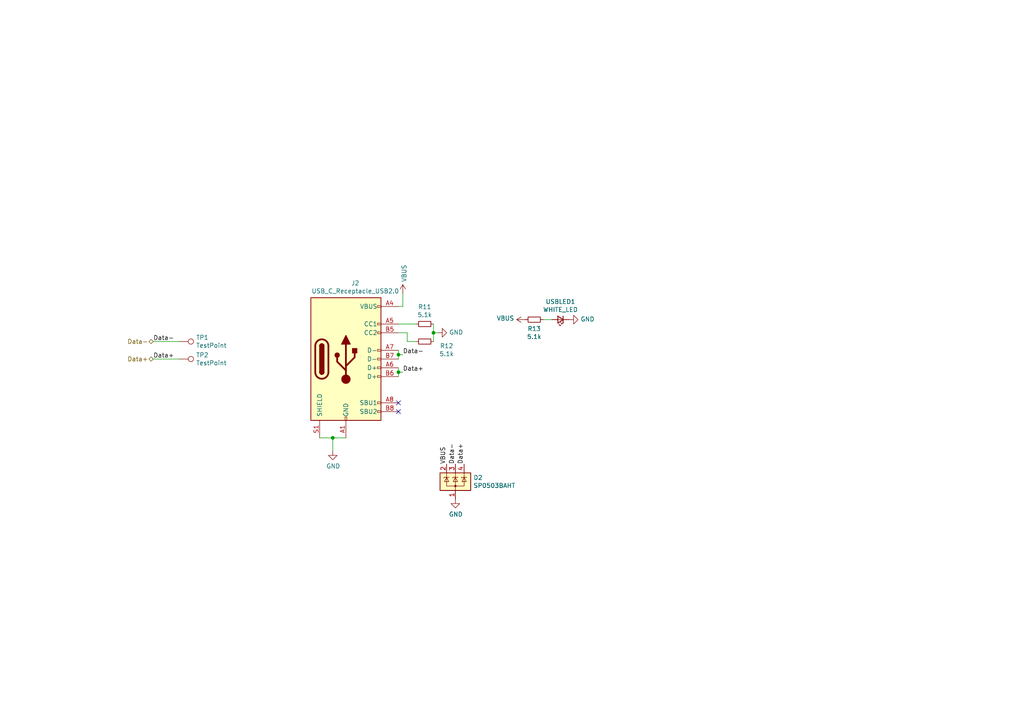
<source format=kicad_sch>
(kicad_sch (version 20230121) (generator eeschema)
  (paper "A4")
  (lib_symbols
    (symbol "Connector:TestPoint" (pin_numbers hide) (pin_names (offset 0.762) hide)
      (property "Reference" "TP" (at 0 6.858 0))
      (property "Value" "TestPoint" (at 0 5.08 0))
      (symbol "TestPoint_0_1"
        (circle (center 0 3.302) (radius 0.762))
      )
      (symbol "TestPoint_1_1"
        (pin passive line (at 0 0 90) (length 2.54) (name "1") (number "1"))
      )
    )
    (symbol "Connector:USB_C_Receptacle_USB2.0" (pin_names (offset 1.016))
      (property "Reference" "J" (at -10.16 19.05 0))
      (property "Value" "USB_C_Receptacle_USB2.0" (at 19.05 19.05 0))
      (symbol "USB_C_Receptacle_USB2.0_0_0"
        (rectangle (start -0.254 -17.78) (end 0.254 -16.764))
        (rectangle (start 10.16 -14.986) (end 9.144 -15.494))
        (rectangle (start 10.16 -12.446) (end 9.144 -12.954))
        (rectangle (start 10.16 -4.826) (end 9.144 -5.334))
        (rectangle (start 10.16 -2.286) (end 9.144 -2.794))
        (rectangle (start 10.16 0.254) (end 9.144 -0.254))
        (rectangle (start 10.16 2.794) (end 9.144 2.286))
        (rectangle (start 10.16 7.874) (end 9.144 7.366))
        (rectangle (start 10.16 10.414) (end 9.144 9.906))
        (rectangle (start 10.16 15.494) (end 9.144 14.986))
      )
      (symbol "USB_C_Receptacle_USB2.0_0_1"
        (rectangle (start -10.16 17.78) (end 10.16 -17.78) (stroke (width 0.254)) (fill (type background)))
        (arc (start -8.89 -3.81) (mid -6.985 -5.7067) (end -5.08 -3.81) (stroke (width 0.508)))
        (arc (start -7.62 -3.81) (mid -6.985 -4.4423) (end -6.35 -3.81) (stroke (width 0.254)))
        (arc (start -7.62 -3.81) (mid -6.985 -4.4423) (end -6.35 -3.81) (stroke (width 0.254)) (fill (type outline)))
        (rectangle (start -7.62 -3.81) (end -6.35 3.81) (stroke (width 0.254)) (fill (type outline)))
        (arc (start -6.35 3.81) (mid -6.985 4.4423) (end -7.62 3.81) (stroke (width 0.254)))
        (arc (start -6.35 3.81) (mid -6.985 4.4423) (end -7.62 3.81) (stroke (width 0.254)) (fill (type outline)))
        (arc (start -5.08 3.81) (mid -6.985 5.7067) (end -8.89 3.81) (stroke (width 0.508)))
        (circle (center -2.54 1.143) (radius 0.635) (stroke (width 0.254)) (fill (type outline)))
        (circle (center 0 -5.842) (radius 1.27) (fill (type outline)))
        (polyline (pts (xy -8.89 -3.81) (xy -8.89 3.81)) (stroke (width 0.508)))
        (polyline (pts (xy -5.08 3.81) (xy -5.08 -3.81)) (stroke (width 0.508)))
        (polyline (pts (xy 0 -5.842) (xy 0 4.318)) (stroke (width 0.508)))
        (polyline (pts (xy 0 -3.302) (xy -2.54 -0.762) (xy -2.54 0.508)) (stroke (width 0.508)))
        (polyline (pts (xy 0 -2.032) (xy 2.54 0.508) (xy 2.54 1.778)) (stroke (width 0.508)))
        (polyline (pts (xy -1.27 4.318) (xy 0 6.858) (xy 1.27 4.318) (xy -1.27 4.318)) (stroke (width 0.254)) (fill (type outline)))
        (rectangle (start 1.905 1.778) (end 3.175 3.048) (stroke (width 0.254)) (fill (type outline)))
      )
      (symbol "USB_C_Receptacle_USB2.0_1_1"
        (pin passive line (at 0 -22.86 90) (length 5.08) (name "GND") (number "A1"))
        (pin passive line (at 0 -22.86 90) (length 5.08) hide (name "GND") (number "A12"))
        (pin passive line (at 15.24 15.24 180) (length 5.08) (name "VBUS") (number "A4"))
        (pin bidirectional line (at 15.24 10.16 180) (length 5.08) (name "CC1") (number "A5"))
        (pin bidirectional line (at 15.24 -2.54 180) (length 5.08) (name "D+") (number "A6"))
        (pin bidirectional line (at 15.24 2.54 180) (length 5.08) (name "D-") (number "A7"))
        (pin bidirectional line (at 15.24 -12.7 180) (length 5.08) (name "SBU1") (number "A8"))
        (pin passive line (at 15.24 15.24 180) (length 5.08) hide (name "VBUS") (number "A9"))
        (pin passive line (at 0 -22.86 90) (length 5.08) hide (name "GND") (number "B1"))
        (pin passive line (at 0 -22.86 90) (length 5.08) hide (name "GND") (number "B12"))
        (pin passive line (at 15.24 15.24 180) (length 5.08) hide (name "VBUS") (number "B4"))
        (pin bidirectional line (at 15.24 7.62 180) (length 5.08) (name "CC2") (number "B5"))
        (pin bidirectional line (at 15.24 -5.08 180) (length 5.08) (name "D+") (number "B6"))
        (pin bidirectional line (at 15.24 0 180) (length 5.08) (name "D-") (number "B7"))
        (pin bidirectional line (at 15.24 -15.24 180) (length 5.08) (name "SBU2") (number "B8"))
        (pin passive line (at 15.24 15.24 180) (length 5.08) hide (name "VBUS") (number "B9"))
        (pin passive line (at -7.62 -22.86 90) (length 5.08) (name "SHIELD") (number "S1"))
      )
    )
    (symbol "Device:LED_Small" (pin_numbers hide) (pin_names (offset 0.254) hide)
      (property "Reference" "D" (at -1.27 3.175 0))
      (property "Value" "LED_Small" (at -4.445 -2.54 0))
      (symbol "LED_Small_0_1"
        (polyline (pts (xy -0.762 -1.016) (xy -0.762 1.016)) (stroke (width 0.254)))
        (polyline (pts (xy 1.016 0) (xy -0.762 0)))
        (polyline (pts (xy 0.762 -1.016) (xy -0.762 0) (xy 0.762 1.016) (xy 0.762 -1.016)) (stroke (width 0.254)))
        (polyline (pts (xy 0 0.762) (xy -0.508 1.27) (xy -0.254 1.27) (xy -0.508 1.27) (xy -0.508 1.016)))
        (polyline (pts (xy 0.508 1.27) (xy 0 1.778) (xy 0.254 1.778) (xy 0 1.778) (xy 0 1.524)))
      )
      (symbol "LED_Small_1_1"
        (pin passive line (at -2.54 0 0) (length 1.778) (name "K") (number "1"))
        (pin passive line (at 2.54 0 180) (length 1.778) (name "A") (number "2"))
      )
    )
    (symbol "Device:R_Small" (pin_numbers hide) (pin_names (offset 0.254) hide)
      (property "Reference" "R" (at 0.762 0.508 0))
      (property "Value" "R_Small" (at 0.762 -1.016 0))
      (symbol "R_Small_0_1"
        (rectangle (start -0.762 1.778) (end 0.762 -1.778) (stroke (width 0.2032)))
      )
      (symbol "R_Small_1_1"
        (pin passive line (at 0 2.54 270) (length 0.762) (name "~") (number "1"))
        (pin passive line (at 0 -2.54 90) (length 0.762) (name "~") (number "2"))
      )
    )
    (symbol "Power_Protection:SP0503BAHT" (pin_names hide)
      (property "Reference" "D" (at 5.715 2.54 0))
      (property "Value" "SP0503BAHT" (at 5.715 0.635 0))
      (symbol "SP0503BAHT_0_0"
        (pin passive line (at 0 -5.08 90) (length 2.54) (name "A") (number "1"))
      )
      (symbol "SP0503BAHT_0_1"
        (rectangle (start -4.445 2.54) (end 4.445 -2.54) (stroke (width 0.254)) (fill (type background)))
        (circle (center 0 -1.27) (radius 0.254) (fill (type outline)))
        (polyline (pts (xy -2.54 2.54) (xy -2.54 1.27)))
        (polyline (pts (xy 0 -1.27) (xy 0 -2.54)))
        (polyline (pts (xy 0 -1.27) (xy 0 1.27)))
        (polyline (pts (xy 0 2.54) (xy 0 1.27)))
        (polyline (pts (xy 0.635 1.27) (xy 0.762 1.27)))
        (polyline (pts (xy 2.54 2.54) (xy 2.54 1.27)))
        (polyline (pts (xy 0.635 1.27) (xy -0.762 1.27) (xy -0.762 1.016)))
        (polyline (pts (xy -3.302 1.016) (xy -3.302 1.27) (xy -1.905 1.27) (xy -1.778 1.27)))
        (polyline (pts (xy -2.54 1.27) (xy -2.54 -1.27) (xy 2.54 -1.27) (xy 2.54 1.27)))
        (polyline (pts (xy -2.54 1.27) (xy -1.905 0) (xy -3.175 0) (xy -2.54 1.27)))
        (polyline (pts (xy 0.635 0) (xy -0.635 0) (xy 0 1.27) (xy 0.635 0)))
        (polyline (pts (xy 1.778 1.016) (xy 1.778 1.27) (xy 3.175 1.27) (xy 3.302 1.27)))
        (polyline (pts (xy 2.54 1.27) (xy 1.905 0) (xy 3.175 0) (xy 2.54 1.27)))
      )
      (symbol "SP0503BAHT_1_1"
        (pin passive line (at -2.54 5.08 270) (length 2.54) (name "K") (number "2"))
        (pin passive line (at 0 5.08 270) (length 2.54) (name "K") (number "3"))
        (pin passive line (at 2.54 5.08 270) (length 2.54) (name "K") (number "4"))
      )
    )
    (symbol "power:GND" (power) (pin_names (offset 0))
      (property "Value" "GND" (at 0 -3.81 0))
      (symbol "GND_0_1"
        (polyline (pts (xy 0 0) (xy 0 -1.27) (xy 1.27 -1.27) (xy 0 -2.54) (xy -1.27 -1.27) (xy 0 -1.27)))
      )
      (symbol "GND_1_1"
        (pin power_in line (at 0 0 270) (length 0) hide (name "GND") (number "1"))
      )
    )
    (symbol "power:VBUS" (power) (pin_names (offset 0))
      (property "Value" "VBUS" (at 0 3.81 0))
      (symbol "VBUS_0_1"
        (polyline (pts (xy -0.762 1.27) (xy 0 2.54)))
        (polyline (pts (xy 0 0) (xy 0 2.54)))
        (polyline (pts (xy 0 2.54) (xy 0.762 1.27)))
      )
      (symbol "VBUS_1_1"
        (pin power_in line (at 0 0 90) (length 0) hide (name "VBUS") (number "1"))
      )
    )
  )
  (junction (at 115.57 107.95))
  (junction (at 125.73 96.52))
  (junction (at 96.52 127))
  (junction (at 115.57 102.87))
  (no_connect (at 115.57 119.38))
  (no_connect (at 115.57 116.84))
  (wire (pts (xy 115.57 96.52) (xy 118.11 96.52)))
  (wire (pts (xy 44.45 104.14) (xy 52.07 104.14)))
  (wire (pts (xy 96.52 127) (xy 96.52 130.81)))
  (wire (pts (xy 115.57 107.95) (xy 115.57 109.22)))
  (wire (pts (xy 118.11 96.52) (xy 118.11 99.06)))
  (wire (pts (xy 160.02 92.71) (xy 157.48 92.71)))
  (wire (pts (xy 115.57 102.87) (xy 115.57 101.6)))
  (wire (pts (xy 115.57 102.87) (xy 116.84 102.87)))
  (wire (pts (xy 116.84 85.09) (xy 116.84 88.9)))
  (wire (pts (xy 125.73 93.98) (xy 125.73 96.52)))
  (wire (pts (xy 92.71 127) (xy 96.52 127)))
  (wire (pts (xy 115.57 93.98) (xy 120.65 93.98)))
  (wire (pts (xy 125.73 99.06) (xy 125.73 96.52)))
  (wire (pts (xy 96.52 127) (xy 100.33 127)))
  (wire (pts (xy 125.73 96.52) (xy 127 96.52)))
  (wire (pts (xy 115.57 106.68) (xy 115.57 107.95)))
  (wire (pts (xy 115.57 104.14) (xy 115.57 102.87)))
  (wire (pts (xy 115.57 107.95) (xy 116.84 107.95)))
  (wire (pts (xy 116.84 88.9) (xy 115.57 88.9)))
  (wire (pts (xy 118.11 99.06) (xy 120.65 99.06)))
  (wire (pts (xy 44.45 99.06) (xy 52.07 99.06)))
  (label "Data+" (at 134.62 134.62 90))
  (label "VBUS" (at 129.54 134.62 90))
  (label "Data+" (at 44.45 104.14 0))
  (label "Data-" (at 44.45 99.06 0))
  (label "Data-" (at 132.08 134.62 90))
  (label "Data-" (at 116.84 102.87 0))
  (label "Data+" (at 116.84 107.95 0))
  (hierarchical_label "Data-" (shape bidirectional) (at 44.45 99.06 180))
  (hierarchical_label "Data+" (shape bidirectional) (at 44.45 104.14 180))
  (symbol (lib_id "power:GND") (at 127 96.52 90) (unit 1)
    (property "Reference" "#PWR031" (effects hide))
    (property "Value" "GND" (at 130.2512 96.393 90) (effects (justify right)))
  )
  (symbol (lib_id "Device:R_Small") (at 123.19 99.06 270) (unit 1)
    (property "Reference" "R12" (at 129.54 100.33 90))
    (property "Value" "5.1k" (at 129.54 102.6414 90))
    (property "Footprint" "Resistor_SMD:R_0402_1005Metric" (effects hide))
  )
  (symbol (lib_id "Device:R_Small") (at 123.19 93.98 90) (unit 1)
    (property "Reference" "R11" (at 123.19 89.0016 90))
    (property "Value" "5.1k" (at 123.19 91.313 90))
    (property "Footprint" "Resistor_SMD:R_0402_1005Metric" (effects hide))
  )
  (symbol (lib_id "power:GND") (at 96.52 130.81 0) (unit 1)
    (property "Reference" "#PWR029" (effects hide))
    (property "Value" "GND" (at 96.647 135.2042 0))
  )
  (symbol (lib_id "Connector:USB_C_Receptacle_USB2.0") (at 100.33 104.14 0) (unit 1)
    (property "Reference" "J2" (at 103.0478 82.1182 0))
    (property "Value" "USB_C_Receptacle_USB2.0" (at 103.0478 84.4296 0))
    (property "Footprint" "Connector_USB:USB_C_Receptacle_Palconn_UTC16-G" (effects hide))
    (property "Datasheet" "https://www.usb.org/sites/default/files/documents/usb_type-c.zip" (effects hide))
  )
  (symbol (lib_id "power:GND") (at 132.08 144.78 0) (unit 1)
    (property "Reference" "#PWR032" (effects hide))
    (property "Value" "GND" (at 132.207 149.1742 0))
  )
  (symbol (lib_id "Power_Protection:SP0503BAHT") (at 132.08 139.7 0) (unit 1)
    (property "Reference" "D2" (at 137.287 138.5316 0) (effects (justify left)))
    (property "Value" "SP0503BAHT" (at 137.287 140.843 0) (effects (justify left)))
    (property "Footprint" "Package_TO_SOT_SMD:SOT-143" (effects hide))
    (property "Datasheet" "http://www.littelfuse.com/~/media/files/littelfuse/technical%20resources/documents/data%20sheets/sp05xxba.pdf" (effects hide))
  )
  (symbol (lib_id "power:VBUS") (at 116.84 85.09 0) (unit 1)
    (property "Reference" "#PWR030" (effects hide))
    (property "Value" "VBUS" (at 117.221 81.8388 90) (effects (justify left)))
  )
  (symbol (lib_id "Connector:TestPoint") (at 52.07 99.06 270) (unit 1)
    (property "Reference" "TP1" (at 56.8452 97.8916 90) (effects (justify left)))
    (property "Value" "TestPoint" (at 56.8452 100.203 90) (effects (justify left)))
    (property "Footprint" "TestPoint:TestPoint_Pad_D1.0mm" (effects hide))
  )
  (symbol (lib_id "Connector:TestPoint") (at 52.07 104.14 270) (unit 1)
    (property "Reference" "TP2" (at 56.8452 102.9716 90) (effects (justify left)))
    (property "Value" "TestPoint" (at 56.8452 105.283 90) (effects (justify left)))
    (property "Footprint" "TestPoint:TestPoint_Pad_D1.0mm" (effects hide))
  )
  (symbol (lib_id "Device:LED_Small") (at 162.56 92.71 180) (unit 1)
    (property "Reference" "USBLED1" (at 162.56 87.503 0))
    (property "Value" "WHITE_LED" (at 162.56 89.8144 0))
    (property "Footprint" "Resistor_SMD:R_0402_1005Metric" (effects hide))
  )
  (symbol (lib_id "Device:R_Small") (at 154.94 92.71 90) (unit 1)
    (property "Reference" "R13" (at 154.94 95.3516 90))
    (property "Value" "5.1k" (at 154.94 97.663 90))
    (property "Footprint" "Resistor_SMD:R_0402_1005Metric" (effects hide))
  )
  (symbol (lib_id "power:GND") (at 165.1 92.71 90) (unit 1)
    (property "Reference" "#PWR034" (effects hide))
    (property "Value" "GND" (at 168.3512 92.583 90) (effects (justify right)))
  )
  (symbol (lib_id "power:VBUS") (at 152.4 92.71 90) (unit 1)
    (property "Reference" "#PWR033" (effects hide))
    (property "Value" "VBUS" (at 149.1488 92.329 90) (effects (justify left)))
  )
)
</source>
